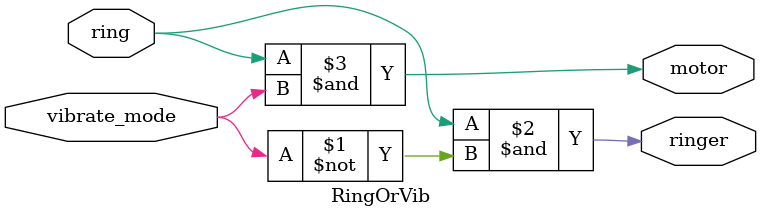
<source format=v>
module RingOrVib (
    input ring,
    input vibrate_mode,
    output ringer,       // Make sound
    output motor         // Vibrate
);
    // ringer when ring and no vibrate
    assign ringer = ring & ~vibrate_mode;

    // motor when ring and vibrate
    assign motor = ring & vibrate_mode;
endmodule
</source>
